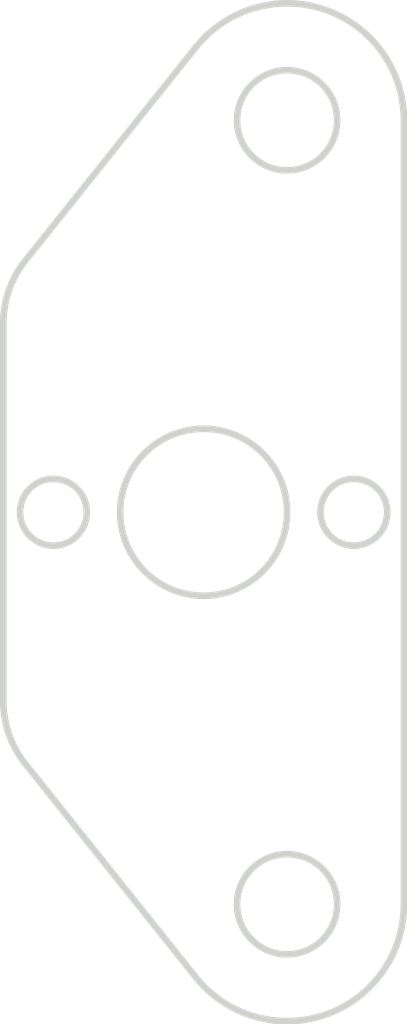
<source format=kicad_pcb>
(kicad_pcb
	(version 20240108)
	(generator "pcbnew")
	(generator_version "8.0")
	(general
		(thickness 1.6)
		(legacy_teardrops no)
	)
	(paper "A4")
	(layers
		(0 "F.Cu" signal)
		(31 "B.Cu" signal)
		(32 "B.Adhes" user "B.Adhesive")
		(33 "F.Adhes" user "F.Adhesive")
		(34 "B.Paste" user)
		(35 "F.Paste" user)
		(36 "B.SilkS" user "B.Silkscreen")
		(37 "F.SilkS" user "F.Silkscreen")
		(38 "B.Mask" user)
		(39 "F.Mask" user)
		(40 "Dwgs.User" user "User.Drawings")
		(41 "Cmts.User" user "User.Comments")
		(42 "Eco1.User" user "User.Eco1")
		(43 "Eco2.User" user "User.Eco2")
		(44 "Edge.Cuts" user)
		(45 "Margin" user)
		(46 "B.CrtYd" user "B.Courtyard")
		(47 "F.CrtYd" user "F.Courtyard")
		(48 "B.Fab" user)
		(49 "F.Fab" user)
		(50 "User.1" user)
		(51 "User.2" user)
		(52 "User.3" user)
		(53 "User.4" user)
		(54 "User.5" user)
		(55 "User.6" user)
		(56 "User.7" user)
		(57 "User.8" user)
		(58 "User.9" user)
	)
	(setup
		(pad_to_mask_clearance 0)
		(allow_soldermask_bridges_in_footprints no)
		(pcbplotparams
			(layerselection 0x00010f0_ffffffff)
			(plot_on_all_layers_selection 0x0001000_00000000)
			(disableapertmacros no)
			(usegerberextensions no)
			(usegerberattributes yes)
			(usegerberadvancedattributes yes)
			(creategerberjobfile yes)
			(dashed_line_dash_ratio 12.000000)
			(dashed_line_gap_ratio 3.000000)
			(svgprecision 4)
			(plotframeref no)
			(viasonmask no)
			(mode 1)
			(useauxorigin no)
			(hpglpennumber 1)
			(hpglpenspeed 20)
			(hpglpendiameter 15.000000)
			(pdf_front_fp_property_popups yes)
			(pdf_back_fp_property_popups yes)
			(dxfpolygonmode yes)
			(dxfimperialunits yes)
			(dxfusepcbnewfont yes)
			(psnegative no)
			(psa4output no)
			(plotreference yes)
			(plotvalue yes)
			(plotfptext yes)
			(plotinvisibletext no)
			(sketchpadsonfab no)
			(subtractmaskfromsilk no)
			(outputformat 1)
			(mirror no)
			(drillshape 0)
			(scaleselection 1)
			(outputdirectory "")
		)
	)
	(net 0 "")
	(gr_arc
		(start 49.766039 36.078024)
		(mid 53.657829 34.960363)
		(end 56 38.263306)
		(stroke
			(width 0.2)
			(type default)
		)
		(layer "Edge.Cuts")
		(uuid "08e1f556-baf3-4eb1-be00-ebb291b1de66")
	)
	(gr_circle
		(center 45.5 50)
		(end 46.5 50)
		(stroke
			(width 0.2)
			(type default)
		)
		(fill none)
		(layer "Edge.Cuts")
		(uuid "09f8f3cd-8513-4de9-91a8-acb83e1a0022")
	)
	(gr_circle
		(center 54.5 50)
		(end 55.5 50)
		(stroke
			(width 0.2)
			(type default)
		)
		(fill none)
		(layer "Edge.Cuts")
		(uuid "0af53708-cbf1-48d1-8fab-777a3ca6c4cb")
	)
	(gr_arc
		(start 44 44.343429)
		(mid 44.168906 43.351005)
		(end 44.656605 42.470331)
		(stroke
			(width 0.2)
			(type default)
		)
		(layer "Edge.Cuts")
		(uuid "132e3b9d-7278-402d-b2f1-9b15ba656180")
	)
	(gr_line
		(start 49.766039 36.078024)
		(end 44.656605 42.470331)
		(stroke
			(width 0.2)
			(type default)
		)
		(layer "Edge.Cuts")
		(uuid "5b50a815-312c-4085-b422-4a1e2bcd2f95")
	)
	(gr_line
		(start 44.656605 57.529669)
		(end 49.766039 63.921977)
		(stroke
			(width 0.2)
			(type default)
		)
		(layer "Edge.Cuts")
		(uuid "651fc0ee-45cf-403e-a50c-52bcdcf9af38")
	)
	(gr_arc
		(start 44.656605 57.529669)
		(mid 44.168906 56.648995)
		(end 44 55.656572)
		(stroke
			(width 0.2)
			(type default)
		)
		(layer "Edge.Cuts")
		(uuid "84848c9e-aa4d-463e-83ae-e899fb1efd81")
	)
	(gr_circle
		(center 50 50)
		(end 52.5 50)
		(stroke
			(width 0.2)
			(type default)
		)
		(fill none)
		(layer "Edge.Cuts")
		(uuid "8a9c379a-fa38-4ef0-809c-b06b91910348")
	)
	(gr_circle
		(center 52.5 61.736695)
		(end 54 61.736695)
		(stroke
			(width 0.2)
			(type default)
		)
		(fill none)
		(layer "Edge.Cuts")
		(uuid "8c83e2a9-9baf-4a1b-a78f-0ac403207032")
	)
	(gr_circle
		(center 52.5 38.263305)
		(end 54 38.263305)
		(stroke
			(width 0.2)
			(type default)
		)
		(fill none)
		(layer "Edge.Cuts")
		(uuid "b1e62237-459a-44fc-b9ea-3af8782892ad")
	)
	(gr_arc
		(start 56 61.736695)
		(mid 53.657829 65.039638)
		(end 49.766039 63.921977)
		(stroke
			(width 0.2)
			(type default)
		)
		(layer "Edge.Cuts")
		(uuid "d6cf8628-5262-4bb9-a8a3-94e5663fc4f5")
	)
	(gr_line
		(start 44 44.343429)
		(end 44 55.656572)
		(stroke
			(width 0.2)
			(type default)
		)
		(layer "Edge.Cuts")
		(uuid "db15aa80-3090-43f1-a9b4-de4dea3a45c0")
	)
	(gr_line
		(start 56 61.736695)
		(end 56 38.263306)
		(stroke
			(width 0.2)
			(type default)
		)
		(layer "Edge.Cuts")
		(uuid "e9e61edb-4d12-42b6-bd06-f420cd5ecc6b")
	)
	(group ""
		(uuid "be07d482-0bdd-457b-9258-e07bde4706af")
		(members "08e1f556-baf3-4eb1-be00-ebb291b1de66" "09f8f3cd-8513-4de9-91a8-acb83e1a0022"
			"0af53708-cbf1-48d1-8fab-777a3ca6c4cb" "132e3b9d-7278-402d-b2f1-9b15ba656180"
			"5b50a815-312c-4085-b422-4a1e2bcd2f95" "651fc0ee-45cf-403e-a50c-52bcdcf9af38"
			"84848c9e-aa4d-463e-83ae-e899fb1efd81" "8a9c379a-fa38-4ef0-809c-b06b91910348"
			"8c83e2a9-9baf-4a1b-a78f-0ac403207032" "b1e62237-459a-44fc-b9ea-3af8782892ad"
			"d6cf8628-5262-4bb9-a8a3-94e5663fc4f5" "db15aa80-3090-43f1-a9b4-de4dea3a45c0"
			"e9e61edb-4d12-42b6-bd06-f420cd5ecc6b"
		)
	)
)

</source>
